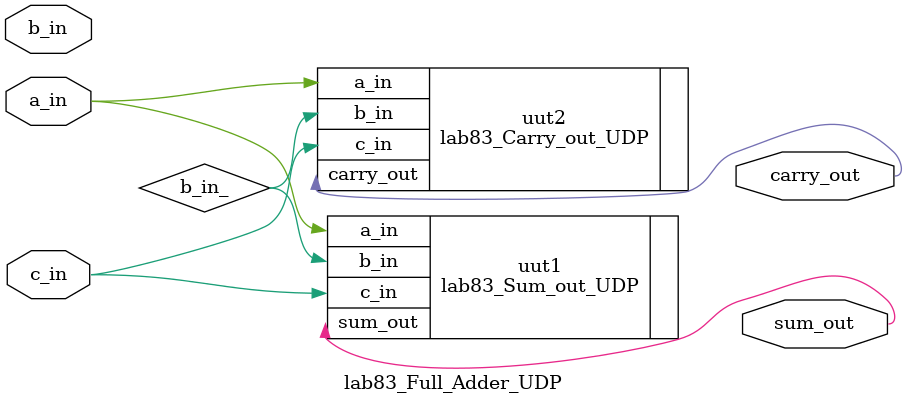
<source format=v>
`timescale 1ns / 1ps


module lab83_Full_Adder_UDP(
                output sum_out, carry_out,
                input a_in, b_in , c_in 
    );
    
lab83_Sum_out_UDP uut1 (
                        .sum_out(sum_out),
                        .a_in(a_in), .b_in(b_in_), .c_in(c_in) 
                        );
    
lab83_Carry_out_UDP uut2(
                        .carry_out(carry_out),
                        .a_in(a_in), .b_in(b_in_), .c_in(c_in) 
                        );   
    
    
endmodule

</source>
